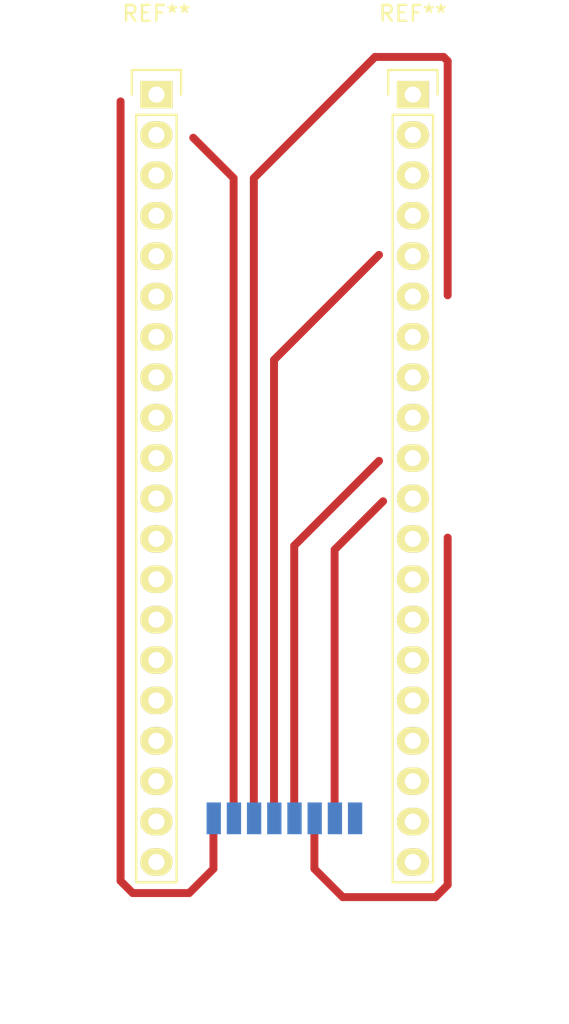
<source format=kicad_pcb>
(kicad_pcb (version 4) (host pcbnew 4.0.2-4+6225~38~ubuntu15.10.1-stable)

  (general
    (links 0)
    (no_connects 0)
    (area 16.650713 16.715 52.759287 81.604)
    (thickness 1.6)
    (drawings 0)
    (tracks 23)
    (zones 0)
    (modules 3)
    (nets 1)
  )

  (page A4)
  (layers
    (0 F.Cu signal)
    (31 B.Cu signal)
    (32 B.Adhes user)
    (33 F.Adhes user)
    (34 B.Paste user)
    (35 F.Paste user)
    (36 B.SilkS user)
    (37 F.SilkS user)
    (38 B.Mask user)
    (39 F.Mask user)
    (40 Dwgs.User user)
    (41 Cmts.User user)
    (42 Eco1.User user)
    (43 Eco2.User user)
    (44 Edge.Cuts user)
    (45 Margin user)
    (46 B.CrtYd user)
    (47 F.CrtYd user)
    (48 B.Fab user)
    (49 F.Fab user)
  )

  (setup
    (last_trace_width 0.5)
    (trace_clearance 0.2)
    (zone_clearance 0.508)
    (zone_45_only no)
    (trace_min 0.2)
    (segment_width 0.2)
    (edge_width 0.15)
    (via_size 0.6)
    (via_drill 0.4)
    (via_min_size 0.4)
    (via_min_drill 0.3)
    (uvia_size 0.3)
    (uvia_drill 0.1)
    (uvias_allowed no)
    (uvia_min_size 0.2)
    (uvia_min_drill 0.1)
    (pcb_text_width 0.3)
    (pcb_text_size 1.5 1.5)
    (mod_edge_width 0.15)
    (mod_text_size 1 1)
    (mod_text_width 0.15)
    (pad_size 1.524 1.524)
    (pad_drill 0.762)
    (pad_to_mask_clearance 0.2)
    (aux_axis_origin 0 0)
    (visible_elements FFFFFF7F)
    (pcbplotparams
      (layerselection 0x00030_80000001)
      (usegerberextensions false)
      (excludeedgelayer true)
      (linewidth 0.100000)
      (plotframeref false)
      (viasonmask false)
      (mode 1)
      (useauxorigin false)
      (hpglpennumber 1)
      (hpglpenspeed 20)
      (hpglpendiameter 15)
      (hpglpenoverlay 2)
      (psnegative false)
      (psa4output false)
      (plotreference true)
      (plotvalue true)
      (plotinvisibletext false)
      (padsonsilk false)
      (subtractmaskfromsilk false)
      (outputformat 1)
      (mirror false)
      (drillshape 1)
      (scaleselection 1)
      (outputdirectory ""))
  )

  (net 0 "")

  (net_class Default "This is the default net class."
    (clearance 0.2)
    (trace_width 0.5)
    (via_dia 0.6)
    (via_drill 0.4)
    (uvia_dia 0.3)
    (uvia_drill 0.1)
  )

  (module Pin_Headers:Pin_Header_Straight_1x20 (layer F.Cu) (tedit 0) (tstamp 57027DF1)
    (at 42.77 22.94)
    (descr "Through hole pin header")
    (tags "pin header")
    (fp_text reference REF** (at 0 -5.1) (layer F.SilkS)
      (effects (font (size 1 1) (thickness 0.15)))
    )
    (fp_text value Pin_Header_Straight_1x20 (at 0 -3.1) (layer F.Fab)
      (effects (font (size 1 1) (thickness 0.15)))
    )
    (fp_line (start -1.75 -1.75) (end -1.75 50.05) (layer F.CrtYd) (width 0.05))
    (fp_line (start 1.75 -1.75) (end 1.75 50.05) (layer F.CrtYd) (width 0.05))
    (fp_line (start -1.75 -1.75) (end 1.75 -1.75) (layer F.CrtYd) (width 0.05))
    (fp_line (start -1.75 50.05) (end 1.75 50.05) (layer F.CrtYd) (width 0.05))
    (fp_line (start 1.27 1.27) (end 1.27 49.53) (layer F.SilkS) (width 0.15))
    (fp_line (start 1.27 49.53) (end -1.27 49.53) (layer F.SilkS) (width 0.15))
    (fp_line (start -1.27 49.53) (end -1.27 1.27) (layer F.SilkS) (width 0.15))
    (fp_line (start 1.55 -1.55) (end 1.55 0) (layer F.SilkS) (width 0.15))
    (fp_line (start 1.27 1.27) (end -1.27 1.27) (layer F.SilkS) (width 0.15))
    (fp_line (start -1.55 0) (end -1.55 -1.55) (layer F.SilkS) (width 0.15))
    (fp_line (start -1.55 -1.55) (end 1.55 -1.55) (layer F.SilkS) (width 0.15))
    (pad 1 thru_hole rect (at 0 0) (size 2.032 1.7272) (drill 1.016) (layers *.Cu *.Mask F.SilkS))
    (pad 2 thru_hole oval (at 0 2.54) (size 2.032 1.7272) (drill 1.016) (layers *.Cu *.Mask F.SilkS))
    (pad 3 thru_hole oval (at 0 5.08) (size 2.032 1.7272) (drill 1.016) (layers *.Cu *.Mask F.SilkS))
    (pad 4 thru_hole oval (at 0 7.62) (size 2.032 1.7272) (drill 1.016) (layers *.Cu *.Mask F.SilkS))
    (pad 5 thru_hole oval (at 0 10.16) (size 2.032 1.7272) (drill 1.016) (layers *.Cu *.Mask F.SilkS))
    (pad 6 thru_hole oval (at 0 12.7) (size 2.032 1.7272) (drill 1.016) (layers *.Cu *.Mask F.SilkS))
    (pad 7 thru_hole oval (at 0 15.24) (size 2.032 1.7272) (drill 1.016) (layers *.Cu *.Mask F.SilkS))
    (pad 8 thru_hole oval (at 0 17.78) (size 2.032 1.7272) (drill 1.016) (layers *.Cu *.Mask F.SilkS))
    (pad 9 thru_hole oval (at 0 20.32) (size 2.032 1.7272) (drill 1.016) (layers *.Cu *.Mask F.SilkS))
    (pad 10 thru_hole oval (at 0 22.86) (size 2.032 1.7272) (drill 1.016) (layers *.Cu *.Mask F.SilkS))
    (pad 11 thru_hole oval (at 0 25.4) (size 2.032 1.7272) (drill 1.016) (layers *.Cu *.Mask F.SilkS))
    (pad 12 thru_hole oval (at 0 27.94) (size 2.032 1.7272) (drill 1.016) (layers *.Cu *.Mask F.SilkS))
    (pad 13 thru_hole oval (at 0 30.48) (size 2.032 1.7272) (drill 1.016) (layers *.Cu *.Mask F.SilkS))
    (pad 14 thru_hole oval (at 0 33.02) (size 2.032 1.7272) (drill 1.016) (layers *.Cu *.Mask F.SilkS))
    (pad 15 thru_hole oval (at 0 35.56) (size 2.032 1.7272) (drill 1.016) (layers *.Cu *.Mask F.SilkS))
    (pad 16 thru_hole oval (at 0 38.1) (size 2.032 1.7272) (drill 1.016) (layers *.Cu *.Mask F.SilkS))
    (pad 17 thru_hole oval (at 0 40.64) (size 2.032 1.7272) (drill 1.016) (layers *.Cu *.Mask F.SilkS))
    (pad 18 thru_hole oval (at 0 43.18) (size 2.032 1.7272) (drill 1.016) (layers *.Cu *.Mask F.SilkS))
    (pad 19 thru_hole oval (at 0 45.72) (size 2.032 1.7272) (drill 1.016) (layers *.Cu *.Mask F.SilkS))
    (pad 20 thru_hole oval (at 0 48.26) (size 2.032 1.7272) (drill 1.016) (layers *.Cu *.Mask F.SilkS))
    (model Pin_Headers.3dshapes/Pin_Header_Straight_1x20.wrl
      (at (xyz 0 -0.95 0))
      (scale (xyz 1 1 1))
      (rotate (xyz 0 0 90))
    )
  )

  (module Pin_Headers:Pin_Header_Straight_1x20 (layer F.Cu) (tedit 0) (tstamp 57027E14)
    (at 26.64 22.94)
    (descr "Through hole pin header")
    (tags "pin header")
    (fp_text reference REF** (at 0 -5.1) (layer F.SilkS)
      (effects (font (size 1 1) (thickness 0.15)))
    )
    (fp_text value Pin_Header_Straight_1x20 (at 0 -3.1) (layer F.Fab)
      (effects (font (size 1 1) (thickness 0.15)))
    )
    (fp_line (start -1.75 -1.75) (end -1.75 50.05) (layer F.CrtYd) (width 0.05))
    (fp_line (start 1.75 -1.75) (end 1.75 50.05) (layer F.CrtYd) (width 0.05))
    (fp_line (start -1.75 -1.75) (end 1.75 -1.75) (layer F.CrtYd) (width 0.05))
    (fp_line (start -1.75 50.05) (end 1.75 50.05) (layer F.CrtYd) (width 0.05))
    (fp_line (start 1.27 1.27) (end 1.27 49.53) (layer F.SilkS) (width 0.15))
    (fp_line (start 1.27 49.53) (end -1.27 49.53) (layer F.SilkS) (width 0.15))
    (fp_line (start -1.27 49.53) (end -1.27 1.27) (layer F.SilkS) (width 0.15))
    (fp_line (start 1.55 -1.55) (end 1.55 0) (layer F.SilkS) (width 0.15))
    (fp_line (start 1.27 1.27) (end -1.27 1.27) (layer F.SilkS) (width 0.15))
    (fp_line (start -1.55 0) (end -1.55 -1.55) (layer F.SilkS) (width 0.15))
    (fp_line (start -1.55 -1.55) (end 1.55 -1.55) (layer F.SilkS) (width 0.15))
    (pad 1 thru_hole rect (at 0 0) (size 2.032 1.7272) (drill 1.016) (layers *.Cu *.Mask F.SilkS))
    (pad 2 thru_hole oval (at 0 2.54) (size 2.032 1.7272) (drill 1.016) (layers *.Cu *.Mask F.SilkS))
    (pad 3 thru_hole oval (at 0 5.08) (size 2.032 1.7272) (drill 1.016) (layers *.Cu *.Mask F.SilkS))
    (pad 4 thru_hole oval (at 0 7.62) (size 2.032 1.7272) (drill 1.016) (layers *.Cu *.Mask F.SilkS))
    (pad 5 thru_hole oval (at 0 10.16) (size 2.032 1.7272) (drill 1.016) (layers *.Cu *.Mask F.SilkS))
    (pad 6 thru_hole oval (at 0 12.7) (size 2.032 1.7272) (drill 1.016) (layers *.Cu *.Mask F.SilkS))
    (pad 7 thru_hole oval (at 0 15.24) (size 2.032 1.7272) (drill 1.016) (layers *.Cu *.Mask F.SilkS))
    (pad 8 thru_hole oval (at 0 17.78) (size 2.032 1.7272) (drill 1.016) (layers *.Cu *.Mask F.SilkS))
    (pad 9 thru_hole oval (at 0 20.32) (size 2.032 1.7272) (drill 1.016) (layers *.Cu *.Mask F.SilkS))
    (pad 10 thru_hole oval (at 0 22.86) (size 2.032 1.7272) (drill 1.016) (layers *.Cu *.Mask F.SilkS))
    (pad 11 thru_hole oval (at 0 25.4) (size 2.032 1.7272) (drill 1.016) (layers *.Cu *.Mask F.SilkS))
    (pad 12 thru_hole oval (at 0 27.94) (size 2.032 1.7272) (drill 1.016) (layers *.Cu *.Mask F.SilkS))
    (pad 13 thru_hole oval (at 0 30.48) (size 2.032 1.7272) (drill 1.016) (layers *.Cu *.Mask F.SilkS))
    (pad 14 thru_hole oval (at 0 33.02) (size 2.032 1.7272) (drill 1.016) (layers *.Cu *.Mask F.SilkS))
    (pad 15 thru_hole oval (at 0 35.56) (size 2.032 1.7272) (drill 1.016) (layers *.Cu *.Mask F.SilkS))
    (pad 16 thru_hole oval (at 0 38.1) (size 2.032 1.7272) (drill 1.016) (layers *.Cu *.Mask F.SilkS))
    (pad 17 thru_hole oval (at 0 40.64) (size 2.032 1.7272) (drill 1.016) (layers *.Cu *.Mask F.SilkS))
    (pad 18 thru_hole oval (at 0 43.18) (size 2.032 1.7272) (drill 1.016) (layers *.Cu *.Mask F.SilkS))
    (pad 19 thru_hole oval (at 0 45.72) (size 2.032 1.7272) (drill 1.016) (layers *.Cu *.Mask F.SilkS))
    (pad 20 thru_hole oval (at 0 48.26) (size 2.032 1.7272) (drill 1.016) (layers *.Cu *.Mask F.SilkS))
    (model Pin_Headers.3dshapes/Pin_Header_Straight_1x20.wrl
      (at (xyz 0 -0.95 0))
      (scale (xyz 1 1 1))
      (rotate (xyz 0 0 90))
    )
  )

  (module SensorShield:se8r01_pin_header (layer F.Cu) (tedit 56FF7527) (tstamp 570B53AE)
    (at 29.609 81.154)
    (fp_text reference "" (at 5.049 -9.867) (layer F.SilkS)
      (effects (font (size 1 1) (thickness 0.15)))
    )
    (fp_text value se8r01_pin_header (at 5.049 -8.867) (layer F.Fab)
      (effects (font (size 1 1) (thickness 0.15)))
    )
    (pad 1 smd rect (at 0.635 -12.7) (size 0.9 2) (layers B.Cu F.Paste F.Mask))
    (pad 2 smd rect (at 1.905 -12.7) (size 0.9 2) (layers B.Cu F.Paste F.Mask))
    (pad 3 smd rect (at 3.175 -12.7) (size 0.9 2) (layers B.Cu F.Paste F.Mask))
    (pad 4 smd rect (at 4.445 -12.7) (size 0.9 2) (layers B.Cu F.Paste F.Mask))
    (pad 5 smd rect (at 5.715 -12.7) (size 0.9 2) (layers B.Cu F.Paste F.Mask))
    (pad 6 smd rect (at 6.985 -12.7) (size 0.9 2) (layers B.Cu F.Paste F.Mask))
    (pad 7 smd rect (at 8.255 -12.7) (size 0.9 2) (layers B.Cu F.Paste F.Mask))
    (pad 8 smd rect (at 9.525 -12.7) (size 0.9 2) (layers B.Cu F.Paste F.Mask))
  )

  (segment (start 44.958 72.644) (end 44.958 50.8) (width 0.5) (layer F.Cu) (net 0) (tstamp 570B5432))
  (segment (start 44.196 73.406) (end 44.958 72.644) (width 0.5) (layer F.Cu) (net 0) (tstamp 570B5431))
  (segment (start 38.354 73.406) (end 44.196 73.406) (width 0.5) (layer F.Cu) (net 0) (tstamp 570B5430))
  (segment (start 36.576 71.628) (end 38.354 73.406) (width 0.5) (layer F.Cu) (net 0) (tstamp 570B542F))
  (segment (start 36.576 69.342) (end 36.576 71.628) (width 0.5) (layer F.Cu) (net 0))
  (segment (start 37.846 51.562) (end 40.894 48.514) (width 0.5) (layer F.Cu) (net 0) (tstamp 570B541D))
  (segment (start 37.846 68.072) (end 37.846 51.562) (width 0.5) (layer F.Cu) (net 0))
  (segment (start 35.306 51.308) (end 40.64 45.974) (width 0.5) (layer F.Cu) (net 0) (tstamp 570B5419))
  (segment (start 35.306 67.818) (end 35.306 51.308) (width 0.5) (layer F.Cu) (net 0))
  (segment (start 34.036 39.624) (end 40.64 33.02) (width 0.5) (layer F.Cu) (net 0) (tstamp 570B5411))
  (segment (start 34.036 67.818) (end 34.036 39.624) (width 0.5) (layer F.Cu) (net 0))
  (segment (start 44.958 20.828) (end 44.958 35.56) (width 0.5) (layer F.Cu) (net 0) (tstamp 570B540B))
  (segment (start 44.704 20.574) (end 44.958 20.828) (width 0.5) (layer F.Cu) (net 0) (tstamp 570B540A))
  (segment (start 40.386 20.574) (end 44.704 20.574) (width 0.5) (layer F.Cu) (net 0) (tstamp 570B5408))
  (segment (start 32.766 28.194) (end 40.386 20.574) (width 0.5) (layer F.Cu) (net 0) (tstamp 570B5406))
  (segment (start 32.766 67.818) (end 32.766 28.194) (width 0.5) (layer F.Cu) (net 0))
  (segment (start 31.496 28.194) (end 28.956 25.654) (width 0.5) (layer F.Cu) (net 0) (tstamp 570B5402))
  (segment (start 31.496 67.818) (end 31.496 28.194) (width 0.5) (layer F.Cu) (net 0))
  (segment (start 24.384 72.39) (end 24.384 23.368) (width 0.5) (layer F.Cu) (net 0) (tstamp 570B53F5))
  (segment (start 25.146 73.152) (end 24.384 72.39) (width 0.5) (layer F.Cu) (net 0) (tstamp 570B53F4))
  (segment (start 28.702 73.152) (end 25.146 73.152) (width 0.5) (layer F.Cu) (net 0) (tstamp 570B53F3))
  (segment (start 30.226 71.628) (end 28.702 73.152) (width 0.5) (layer F.Cu) (net 0) (tstamp 570B53F2))
  (segment (start 30.226 69.342) (end 30.226 71.628) (width 0.5) (layer F.Cu) (net 0))

)

</source>
